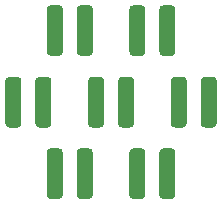
<source format=gbr>
%TF.GenerationSoftware,KiCad,Pcbnew,(5.1.6)-1*%
%TF.CreationDate,2021-11-11T19:19:45-05:00*%
%TF.ProjectId,sevenLEDboard,73657665-6e4c-4454-9462-6f6172642e6b,rev?*%
%TF.SameCoordinates,Original*%
%TF.FileFunction,Soldermask,Bot*%
%TF.FilePolarity,Negative*%
%FSLAX46Y46*%
G04 Gerber Fmt 4.6, Leading zero omitted, Abs format (unit mm)*
G04 Created by KiCad (PCBNEW (5.1.6)-1) date 2021-11-11 19:19:45*
%MOMM*%
%LPD*%
G01*
G04 APERTURE LIST*
G04 APERTURE END LIST*
%TO.C,D7*%
G36*
G01*
X148345000Y-70870300D02*
X148345000Y-74485300D01*
G75*
G02*
X148002500Y-74827800I-342500J0D01*
G01*
X147317500Y-74827800D01*
G75*
G02*
X146975000Y-74485300I0J342500D01*
G01*
X146975000Y-70870300D01*
G75*
G02*
X147317500Y-70527800I342500J0D01*
G01*
X148002500Y-70527800D01*
G75*
G02*
X148345000Y-70870300I0J-342500D01*
G01*
G37*
G36*
G01*
X150885000Y-70870300D02*
X150885000Y-74485300D01*
G75*
G02*
X150542500Y-74827800I-342500J0D01*
G01*
X149857500Y-74827800D01*
G75*
G02*
X149515000Y-74485300I0J342500D01*
G01*
X149515000Y-70870300D01*
G75*
G02*
X149857500Y-70527800I342500J0D01*
G01*
X150542500Y-70527800D01*
G75*
G02*
X150885000Y-70870300I0J-342500D01*
G01*
G37*
%TD*%
%TO.C,D1*%
G36*
G01*
X141345000Y-82994700D02*
X141345000Y-86609700D01*
G75*
G02*
X141002500Y-86952200I-342500J0D01*
G01*
X140317500Y-86952200D01*
G75*
G02*
X139975000Y-86609700I0J342500D01*
G01*
X139975000Y-82994700D01*
G75*
G02*
X140317500Y-82652200I342500J0D01*
G01*
X141002500Y-82652200D01*
G75*
G02*
X141345000Y-82994700I0J-342500D01*
G01*
G37*
G36*
G01*
X143885000Y-82994700D02*
X143885000Y-86609700D01*
G75*
G02*
X143542500Y-86952200I-342500J0D01*
G01*
X142857500Y-86952200D01*
G75*
G02*
X142515000Y-86609700I0J342500D01*
G01*
X142515000Y-82994700D01*
G75*
G02*
X142857500Y-82652200I342500J0D01*
G01*
X143542500Y-82652200D01*
G75*
G02*
X143885000Y-82994700I0J-342500D01*
G01*
G37*
%TD*%
%TO.C,D2*%
G36*
G01*
X148345000Y-82994700D02*
X148345000Y-86609700D01*
G75*
G02*
X148002500Y-86952200I-342500J0D01*
G01*
X147317500Y-86952200D01*
G75*
G02*
X146975000Y-86609700I0J342500D01*
G01*
X146975000Y-82994700D01*
G75*
G02*
X147317500Y-82652200I342500J0D01*
G01*
X148002500Y-82652200D01*
G75*
G02*
X148345000Y-82994700I0J-342500D01*
G01*
G37*
G36*
G01*
X150885000Y-82994700D02*
X150885000Y-86609700D01*
G75*
G02*
X150542500Y-86952200I-342500J0D01*
G01*
X149857500Y-86952200D01*
G75*
G02*
X149515000Y-86609700I0J342500D01*
G01*
X149515000Y-82994700D01*
G75*
G02*
X149857500Y-82652200I342500J0D01*
G01*
X150542500Y-82652200D01*
G75*
G02*
X150885000Y-82994700I0J-342500D01*
G01*
G37*
%TD*%
%TO.C,D3*%
G36*
G01*
X153015000Y-80547500D02*
X153015000Y-76932500D01*
G75*
G02*
X153357500Y-76590000I342500J0D01*
G01*
X154042500Y-76590000D01*
G75*
G02*
X154385000Y-76932500I0J-342500D01*
G01*
X154385000Y-80547500D01*
G75*
G02*
X154042500Y-80890000I-342500J0D01*
G01*
X153357500Y-80890000D01*
G75*
G02*
X153015000Y-80547500I0J342500D01*
G01*
G37*
G36*
G01*
X150475000Y-80547500D02*
X150475000Y-76932500D01*
G75*
G02*
X150817500Y-76590000I342500J0D01*
G01*
X151502500Y-76590000D01*
G75*
G02*
X151845000Y-76932500I0J-342500D01*
G01*
X151845000Y-80547500D01*
G75*
G02*
X151502500Y-80890000I-342500J0D01*
G01*
X150817500Y-80890000D01*
G75*
G02*
X150475000Y-80547500I0J342500D01*
G01*
G37*
%TD*%
%TO.C,D4*%
G36*
G01*
X146015000Y-80547500D02*
X146015000Y-76932500D01*
G75*
G02*
X146357500Y-76590000I342500J0D01*
G01*
X147042500Y-76590000D01*
G75*
G02*
X147385000Y-76932500I0J-342500D01*
G01*
X147385000Y-80547500D01*
G75*
G02*
X147042500Y-80890000I-342500J0D01*
G01*
X146357500Y-80890000D01*
G75*
G02*
X146015000Y-80547500I0J342500D01*
G01*
G37*
G36*
G01*
X143475000Y-80547500D02*
X143475000Y-76932500D01*
G75*
G02*
X143817500Y-76590000I342500J0D01*
G01*
X144502500Y-76590000D01*
G75*
G02*
X144845000Y-76932500I0J-342500D01*
G01*
X144845000Y-80547500D01*
G75*
G02*
X144502500Y-80890000I-342500J0D01*
G01*
X143817500Y-80890000D01*
G75*
G02*
X143475000Y-80547500I0J342500D01*
G01*
G37*
%TD*%
%TO.C,D5*%
G36*
G01*
X139015000Y-80547500D02*
X139015000Y-76932500D01*
G75*
G02*
X139357500Y-76590000I342500J0D01*
G01*
X140042500Y-76590000D01*
G75*
G02*
X140385000Y-76932500I0J-342500D01*
G01*
X140385000Y-80547500D01*
G75*
G02*
X140042500Y-80890000I-342500J0D01*
G01*
X139357500Y-80890000D01*
G75*
G02*
X139015000Y-80547500I0J342500D01*
G01*
G37*
G36*
G01*
X136475000Y-80547500D02*
X136475000Y-76932500D01*
G75*
G02*
X136817500Y-76590000I342500J0D01*
G01*
X137502500Y-76590000D01*
G75*
G02*
X137845000Y-76932500I0J-342500D01*
G01*
X137845000Y-80547500D01*
G75*
G02*
X137502500Y-80890000I-342500J0D01*
G01*
X136817500Y-80890000D01*
G75*
G02*
X136475000Y-80547500I0J342500D01*
G01*
G37*
%TD*%
%TO.C,D6*%
G36*
G01*
X141345000Y-70870300D02*
X141345000Y-74485300D01*
G75*
G02*
X141002500Y-74827800I-342500J0D01*
G01*
X140317500Y-74827800D01*
G75*
G02*
X139975000Y-74485300I0J342500D01*
G01*
X139975000Y-70870300D01*
G75*
G02*
X140317500Y-70527800I342500J0D01*
G01*
X141002500Y-70527800D01*
G75*
G02*
X141345000Y-70870300I0J-342500D01*
G01*
G37*
G36*
G01*
X143885000Y-70870300D02*
X143885000Y-74485300D01*
G75*
G02*
X143542500Y-74827800I-342500J0D01*
G01*
X142857500Y-74827800D01*
G75*
G02*
X142515000Y-74485300I0J342500D01*
G01*
X142515000Y-70870300D01*
G75*
G02*
X142857500Y-70527800I342500J0D01*
G01*
X143542500Y-70527800D01*
G75*
G02*
X143885000Y-70870300I0J-342500D01*
G01*
G37*
%TD*%
M02*

</source>
